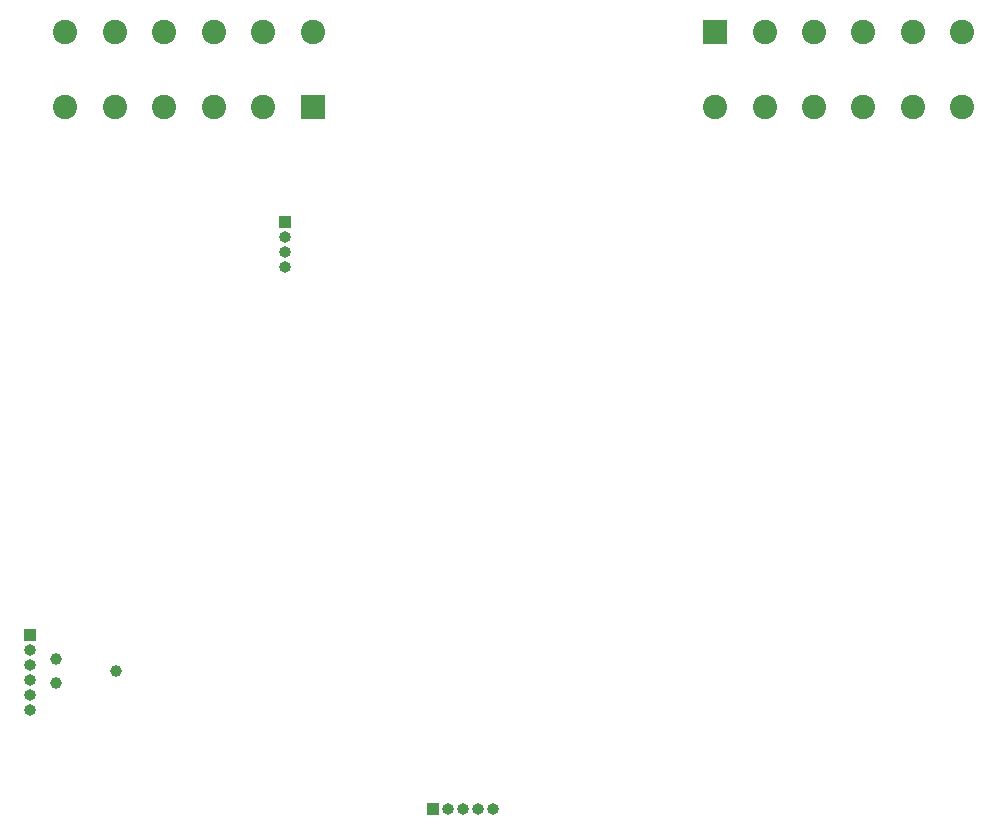
<source format=gbr>
%TF.GenerationSoftware,KiCad,Pcbnew,(6.0.2)*%
%TF.CreationDate,2022-06-02T13:11:00-06:00*%
%TF.ProjectId,RGB-controller,5247422d-636f-46e7-9472-6f6c6c65722e,rev?*%
%TF.SameCoordinates,Original*%
%TF.FileFunction,Soldermask,Bot*%
%TF.FilePolarity,Negative*%
%FSLAX46Y46*%
G04 Gerber Fmt 4.6, Leading zero omitted, Abs format (unit mm)*
G04 Created by KiCad (PCBNEW (6.0.2)) date 2022-06-02 13:11:00*
%MOMM*%
%LPD*%
G01*
G04 APERTURE LIST*
%ADD10R,1.000000X1.000000*%
%ADD11O,1.000000X1.000000*%
%ADD12R,2.056000X2.056000*%
%ADD13C,2.056000*%
%ADD14C,0.990600*%
G04 APERTURE END LIST*
D10*
%TO.C,J6*%
X26000000Y-96070000D03*
D11*
X26000000Y-97340000D03*
X26000000Y-98610000D03*
X26000000Y-99880000D03*
X26000000Y-101150000D03*
X26000000Y-102420000D03*
%TD*%
D10*
%TO.C,J5*%
X60155000Y-110850000D03*
D11*
X61425000Y-110850000D03*
X62695000Y-110850000D03*
X63965000Y-110850000D03*
X65235000Y-110850000D03*
%TD*%
D12*
%TO.C,J4*%
X84025000Y-45040000D03*
D13*
X88215000Y-45040000D03*
X92405000Y-45040000D03*
X96595000Y-45040000D03*
X100785000Y-45040000D03*
X104975000Y-45040000D03*
X104975000Y-51390000D03*
X100785000Y-51390000D03*
X96595000Y-51390000D03*
X92405000Y-51390000D03*
X88215000Y-51390000D03*
X84025000Y-51390000D03*
D12*
X49975000Y-51390000D03*
D13*
X45785000Y-51390000D03*
X41595000Y-51390000D03*
X37405000Y-51390000D03*
X33215000Y-51390000D03*
X29025000Y-51390000D03*
X29025000Y-45040000D03*
X33215000Y-45040000D03*
X37405000Y-45040000D03*
X41595000Y-45040000D03*
X45785000Y-45040000D03*
X49975000Y-45040000D03*
%TD*%
D14*
%TO.C,TC2*%
X28210000Y-100166000D03*
X33290000Y-99150000D03*
X28210000Y-98134000D03*
%TD*%
D10*
%TO.C,J3*%
X47610000Y-61150000D03*
D11*
X47610000Y-62420000D03*
X47610000Y-63690000D03*
X47610000Y-64960000D03*
%TD*%
M02*

</source>
